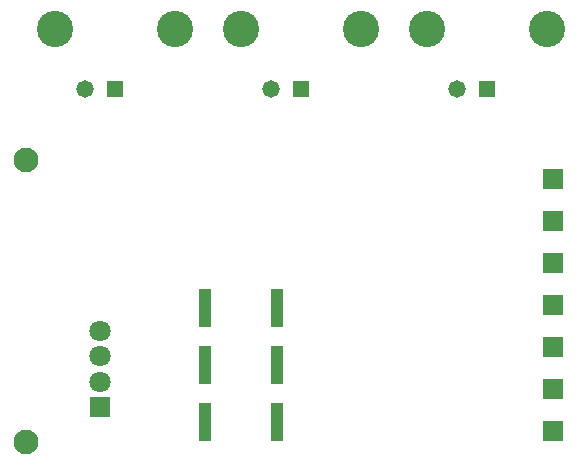
<source format=gbr>
%TF.GenerationSoftware,KiCad,Pcbnew,(6.0.1)*%
%TF.CreationDate,2022-03-09T16:15:59-05:00*%
%TF.ProjectId,pcb_arduino,7063625f-6172-4647-9569-6e6f2e6b6963,rev?*%
%TF.SameCoordinates,Original*%
%TF.FileFunction,Soldermask,Top*%
%TF.FilePolarity,Negative*%
%FSLAX46Y46*%
G04 Gerber Fmt 4.6, Leading zero omitted, Abs format (unit mm)*
G04 Created by KiCad (PCBNEW (6.0.1)) date 2022-03-09 16:15:59*
%MOMM*%
%LPD*%
G01*
G04 APERTURE LIST*
%ADD10C,2.100000*%
%ADD11R,1.800000X1.800000*%
%ADD12C,1.800000*%
%ADD13R,1.070000X3.270000*%
%ADD14R,1.700000X1.700000*%
%ADD15C,3.076000*%
%ADD16C,1.478000*%
%ADD17R,1.478000X1.478000*%
G04 APERTURE END LIST*
D10*
%TO.C,REF\u002A\u002A*%
X110236000Y-99314000D03*
%TD*%
%TO.C,REF\u002A\u002A*%
X110236000Y-123190000D03*
%TD*%
D11*
%TO.C,LED*%
X116459000Y-120269000D03*
D12*
X116459000Y-118110000D03*
X116459000Y-115951000D03*
X116459000Y-113792000D03*
%TD*%
D13*
%TO.C,R*%
X125342000Y-121539000D03*
X131452000Y-121539000D03*
%TD*%
D14*
%TO.C,PIN 50*%
X154813000Y-118745000D03*
X154813000Y-118745000D03*
%TD*%
D15*
%TO.C,EEG*%
X122809000Y-88265000D03*
X112649000Y-88265000D03*
D16*
X115189000Y-93345000D03*
D17*
X117729000Y-93345000D03*
%TD*%
D14*
%TO.C,PIN 6*%
X154813000Y-108077000D03*
X154813000Y-108077000D03*
%TD*%
D13*
%TO.C,R*%
X125342000Y-116713000D03*
X131452000Y-116713000D03*
%TD*%
D17*
%TO.C,Footswitch*%
X133477000Y-93345000D03*
D16*
X130937000Y-93345000D03*
D15*
X128397000Y-88265000D03*
X138557000Y-88265000D03*
%TD*%
D14*
%TO.C,PIN 53*%
X154813000Y-115189000D03*
X154813000Y-115189000D03*
%TD*%
%TO.C,GND*%
X154813000Y-100965000D03*
X154813000Y-100965000D03*
%TD*%
%TO.C,PIN 7*%
X154813000Y-111633000D03*
X154813000Y-111633000D03*
%TD*%
%TO.C,PIN 52*%
X154813000Y-122301000D03*
X154813000Y-122301000D03*
%TD*%
D13*
%TO.C,R*%
X125342000Y-111887000D03*
X131452000Y-111887000D03*
%TD*%
D14*
%TO.C,PIN 5*%
X154813000Y-104521000D03*
X154813000Y-104521000D03*
%TD*%
D17*
%TO.C,Portasync*%
X149225000Y-93345000D03*
D16*
X146685000Y-93345000D03*
D15*
X144145000Y-88265000D03*
X154305000Y-88265000D03*
%TD*%
M02*

</source>
